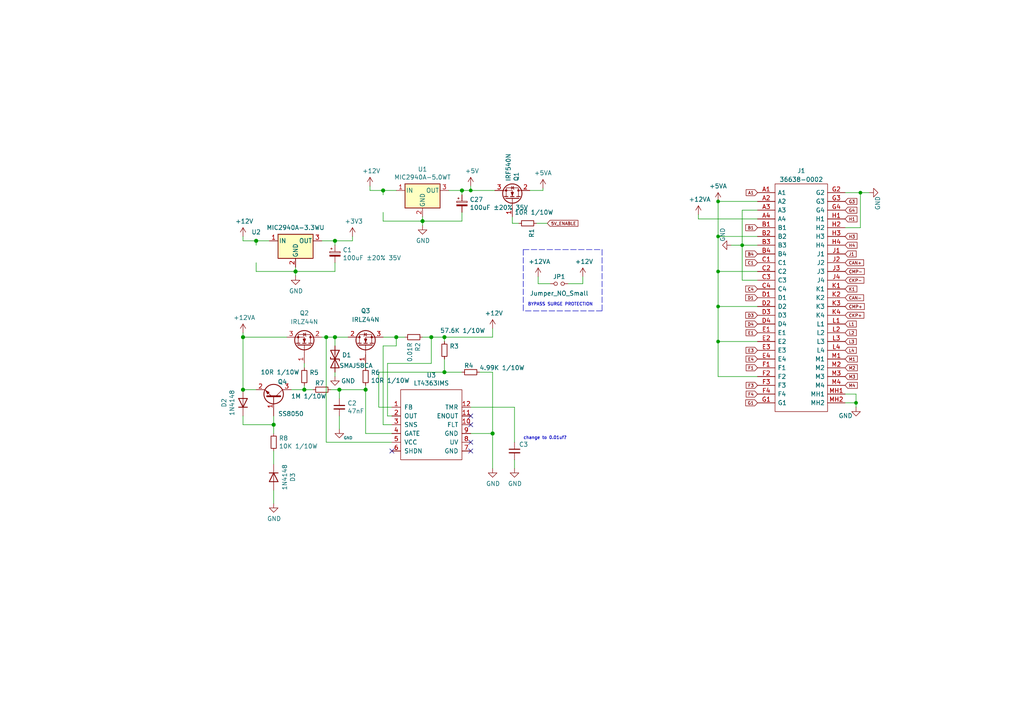
<source format=kicad_sch>
(kicad_sch (version 20211123) (generator eeschema)
  (paper "A4")
  (title_block (title "uEFI") (date "2023-01-22") (rev "v4.x") (company "Churrosoft"))
  (lib_symbols
    (symbol "Device:CP_Small" (pin_numbers hide) (pin_names (offset 0.254) hide)
      (property "Reference" "C" (at 0.254 1.778 0))
      (property "Value" "CP_Small" (at 0.254 -2.032 0))
      (symbol "CP_Small_0_1"
        (rectangle (start -1.524 -0.3048) (end 1.524 -0.6858) (fill (type outline)))
        (rectangle (start -1.524 0.6858) (end 1.524 0.3048))
        (polyline (pts (xy -1.27 1.524) (xy -0.762 1.524)))
        (polyline (pts (xy -1.016 1.27) (xy -1.016 1.778)))
      )
      (symbol "CP_Small_1_1"
        (pin passive line (at 0 2.54 270) (length 1.8542) (name "~") (number "1"))
        (pin passive line (at 0 -2.54 90) (length 1.8542) (name "~") (number "2"))
      )
    )
    (symbol "Device:C_Small" (pin_numbers hide) (pin_names (offset 0.254) hide)
      (property "Reference" "C" (at 0.254 1.778 0))
      (property "Value" "C_Small" (at 0.254 -2.032 0))
      (symbol "C_Small_0_1"
        (polyline (pts (xy -1.524 -0.508) (xy 1.524 -0.508)) (stroke (width 0.3302)))
        (polyline (pts (xy -1.524 0.508) (xy 1.524 0.508)) (stroke (width 0.3048)))
      )
      (symbol "C_Small_1_1"
        (pin passive line (at 0 2.54 270) (length 2.032) (name "~") (number "1"))
        (pin passive line (at 0 -2.54 90) (length 2.032) (name "~") (number "2"))
      )
    )
    (symbol "Device:D_TVS" (pin_numbers hide) (pin_names (offset 1.016) hide)
      (property "Reference" "D" (at 0 2.54 0))
      (property "Value" "D_TVS" (at 0 -2.54 0))
      (symbol "D_TVS_0_1"
        (polyline (pts (xy 1.27 0) (xy -1.27 0)))
        (polyline (pts (xy 0.508 1.27) (xy 0 1.27) (xy 0 -1.27) (xy -0.508 -1.27)) (stroke (width 0.254)))
        (polyline (pts (xy -2.54 1.27) (xy -2.54 -1.27) (xy 2.54 1.27) (xy 2.54 -1.27) (xy -2.54 1.27)) (stroke (width 0.254)))
      )
      (symbol "D_TVS_1_1"
        (pin passive line (at -3.81 0 0) (length 2.54) (name "A1") (number "1"))
        (pin passive line (at 3.81 0 180) (length 2.54) (name "A2") (number "2"))
      )
    )
    (symbol "Device:Jumper_NO_Small" (pin_numbers hide) (pin_names (offset 0.762) hide)
      (property "Reference" "JP" (at 0 2.032 0))
      (property "Value" "Jumper_NO_Small" (at 0.254 -1.524 0))
      (symbol "Jumper_NO_Small_0_1"
        (circle (center -1.016 0) (radius 0.508))
        (circle (center 1.016 0) (radius 0.508))
        (pin passive line (at -2.54 0 0) (length 1.016) (name "1") (number "1"))
        (pin passive line (at 2.54 0 180) (length 1.016) (name "2") (number "2"))
      )
    )
    (symbol "Device:R_Small" (pin_numbers hide) (pin_names (offset 0.254) hide)
      (property "Reference" "R" (at 0.762 0.508 0))
      (property "Value" "R_Small" (at 0.762 -1.016 0))
      (symbol "R_Small_0_1"
        (rectangle (start -0.762 1.778) (end 0.762 -1.778) (stroke (width 0.2032)))
      )
      (symbol "R_Small_1_1"
        (pin passive line (at 0 2.54 270) (length 0.762) (name "~") (number "1"))
        (pin passive line (at 0 -2.54 90) (length 0.762) (name "~") (number "2"))
      )
    )
    (symbol "Diode:1N4148" (pin_numbers hide) (pin_names (offset 1.016) hide)
      (property "Reference" "D" (at 0 2.54 0))
      (property "Value" "1N4148" (at 0 -2.54 0))
      (symbol "1N4148_0_1"
        (polyline (pts (xy -1.27 1.27) (xy -1.27 -1.27)) (stroke (width 0.254)))
        (polyline (pts (xy 1.27 0) (xy -1.27 0)))
        (polyline (pts (xy 1.27 1.27) (xy 1.27 -1.27) (xy -1.27 0) (xy 1.27 1.27)) (stroke (width 0.254)))
      )
      (symbol "1N4148_1_1"
        (pin passive line (at -3.81 0 0) (length 2.54) (name "K") (number "1"))
        (pin passive line (at 3.81 0 180) (length 2.54) (name "A") (number "2"))
      )
    )
    (symbol "OpenEFI-STM32-rev3:36638-0002" (pin_names (offset 0.762))
      (property "Reference" "J" (at 21.59 7.62 0))
      (property "Value" "36638-0002" (at 21.59 5.08 0))
      (symbol "36638-0002_0_0"
        (pin passive line (at 0 0 0) (length 5.08) (name "A1") (number "A1"))
        (pin passive line (at 0 -2.54 0) (length 5.08) (name "A2") (number "A2"))
        (pin passive line (at 0 -5.08 0) (length 5.08) (name "A3") (number "A3"))
        (pin passive line (at 0 -7.62 0) (length 5.08) (name "A4") (number "A4"))
        (pin passive line (at 0 -10.16 0) (length 5.08) (name "B1") (number "B1"))
        (pin passive line (at 0 -12.7 0) (length 5.08) (name "B2") (number "B2"))
        (pin passive line (at 0 -15.24 0) (length 5.08) (name "B3") (number "B3"))
        (pin passive line (at 0 -17.78 0) (length 5.08) (name "B4") (number "B4"))
        (pin passive line (at 0 -20.32 0) (length 5.08) (name "C1") (number "C1"))
        (pin passive line (at 0 -22.86 0) (length 5.08) (name "C2") (number "C2"))
        (pin passive line (at 0 -25.4 0) (length 5.08) (name "C3") (number "C3"))
        (pin passive line (at 0 -27.94 0) (length 5.08) (name "C4") (number "C4"))
        (pin passive line (at 0 -30.48 0) (length 5.08) (name "D1") (number "D1"))
        (pin passive line (at 0 -33.02 0) (length 5.08) (name "D2") (number "D2"))
        (pin passive line (at 0 -35.56 0) (length 5.08) (name "D3") (number "D3"))
        (pin passive line (at 0 -38.1 0) (length 5.08) (name "D4") (number "D4"))
        (pin passive line (at 0 -40.64 0) (length 5.08) (name "E1") (number "E1"))
        (pin passive line (at 0 -43.18 0) (length 5.08) (name "E2") (number "E2"))
        (pin passive line (at 0 -45.72 0) (length 5.08) (name "E3") (number "E3"))
        (pin passive line (at 0 -48.26 0) (length 5.08) (name "E4") (number "E4"))
        (pin passive line (at 0 -50.8 0) (length 5.08) (name "F1") (number "F1"))
        (pin passive line (at 0 -53.34 0) (length 5.08) (name "F2") (number "F2"))
        (pin passive line (at 0 -55.88 0) (length 5.08) (name "F3") (number "F3"))
        (pin passive line (at 0 -58.42 0) (length 5.08) (name "F4") (number "F4"))
        (pin passive line (at 0 -60.96 0) (length 5.08) (name "G1") (number "G1"))
        (pin passive line (at 25.4 0 180) (length 5.08) (name "G2") (number "G2"))
        (pin passive line (at 25.4 -2.54 180) (length 5.08) (name "G3") (number "G3"))
        (pin passive line (at 25.4 -5.08 180) (length 5.08) (name "G4") (number "G4"))
        (pin passive line (at 25.4 -7.62 180) (length 5.08) (name "H1") (number "H1"))
        (pin passive line (at 25.4 -10.16 180) (length 5.08) (name "H2") (number "H2"))
        (pin passive line (at 25.4 -12.7 180) (length 5.08) (name "H3") (number "H3"))
        (pin passive line (at 25.4 -15.24 180) (length 5.08) (name "H4") (number "H4"))
        (pin passive line (at 25.4 -17.78 180) (length 5.08) (name "J1") (number "J1"))
        (pin passive line (at 25.4 -20.32 180) (length 5.08) (name "J2") (number "J2"))
        (pin passive line (at 25.4 -22.86 180) (length 5.08) (name "J3") (number "J3"))
        (pin passive line (at 25.4 -25.4 180) (length 5.08) (name "J4") (number "J4"))
        (pin passive line (at 25.4 -27.94 180) (length 5.08) (name "K1") (number "K1"))
        (pin passive line (at 25.4 -30.48 180) (length 5.08) (name "K2") (number "K2"))
        (pin passive line (at 25.4 -33.02 180) (length 5.08) (name "K3") (number "K3"))
        (pin passive line (at 25.4 -35.56 180) (length 5.08) (name "K4") (number "K4"))
        (pin passive line (at 25.4 -38.1 180) (length 5.08) (name "L1") (number "L1"))
        (pin passive line (at 25.4 -40.64 180) (length 5.08) (name "L2") (number "L2"))
        (pin passive line (at 25.4 -43.18 180) (length 5.08) (name "L3") (number "L3"))
        (pin passive line (at 25.4 -45.72 180) (length 5.08) (name "L4") (number "L4"))
        (pin passive line (at 25.4 -48.26 180) (length 5.08) (name "M1") (number "M1"))
        (pin passive line (at 25.4 -50.8 180) (length 5.08) (name "M2") (number "M2"))
        (pin passive line (at 25.4 -53.34 180) (length 5.08) (name "M3") (number "M3"))
        (pin passive line (at 25.4 -55.88 180) (length 5.08) (name "M4") (number "M4"))
        (pin passive line (at 25.4 -58.42 180) (length 5.08) (name "MH1") (number "MH1"))
        (pin passive line (at 25.4 -60.96 180) (length 5.08) (name "MH2") (number "MH2"))
      )
      (symbol "36638-0002_0_1"
        (polyline (pts (xy 5.08 2.54) (xy 20.32 2.54) (xy 20.32 -63.5) (xy 5.08 -63.5) (xy 5.08 2.54)) (stroke (width 0.1524)))
      )
    )
    (symbol "OpenEFI-STM32-rev3:LT4363IMS" (pin_names (offset 1.016))
      (property "Reference" "U" (at 0 2.54 0))
      (property "Value" "LT4363IMS" (at 0 5.08 0))
      (symbol "LT4363IMS_0_1"
        (rectangle (start -8.89 6.35) (end 8.89 -13.97))
      )
      (symbol "LT4363IMS_1_1"
        (pin input line (at -11.43 1.27 0) (length 2.54) (name "FB") (number "1"))
        (pin input line (at 11.43 -3.81 180) (length 2.54) (name "FLT") (number "10"))
        (pin input line (at 11.43 -1.27 180) (length 2.54) (name "ENOUT") (number "11"))
        (pin input line (at 11.43 1.27 180) (length 2.54) (name "TMR") (number "12"))
        (pin input line (at -11.43 -1.27 0) (length 2.54) (name "OUT") (number "2"))
        (pin input line (at -11.43 -3.81 0) (length 2.54) (name "SNS") (number "3"))
        (pin input line (at -11.43 -6.35 0) (length 2.54) (name "GATE") (number "4"))
        (pin input line (at -11.43 -8.89 0) (length 2.54) (name "VCC") (number "5"))
        (pin input line (at -11.43 -11.43 0) (length 2.54) (name "SHDN") (number "6"))
        (pin input line (at 11.43 -11.43 180) (length 2.54) (name "GND") (number "7"))
        (pin input line (at 11.43 -8.89 180) (length 2.54) (name "UV") (number "8"))
        (pin input line (at 11.43 -6.35 180) (length 2.54) (name "GND") (number "9"))
      )
    )
    (symbol "Regulator_Linear:L7805" (pin_names (offset 0.254))
      (property "Reference" "U" (at -3.81 3.175 0))
      (property "Value" "L7805" (at 0 3.175 0))
      (symbol "L7805_0_1"
        (rectangle (start -5.08 1.905) (end 5.08 -5.08) (stroke (width 0.254)) (fill (type background)))
      )
      (symbol "L7805_1_1"
        (pin power_in line (at -7.62 0 0) (length 2.54) (name "IN") (number "1"))
        (pin power_in line (at 0 -7.62 90) (length 2.54) (name "GND") (number "2"))
        (pin power_out line (at 7.62 0 180) (length 2.54) (name "OUT") (number "3"))
      )
    )
    (symbol "Transistor_BJT:2N3055" (pin_names (offset 0) hide)
      (property "Reference" "Q" (at 5.08 1.905 0))
      (property "Value" "2N3055" (at 5.08 0 0))
      (symbol "2N3055_0_1"
        (polyline (pts (xy 0.635 0.635) (xy 2.54 2.54)))
        (polyline (pts (xy 0.635 -0.635) (xy 2.54 -2.54) (xy 2.54 -2.54)))
        (polyline (pts (xy 0.635 1.905) (xy 0.635 -1.905) (xy 0.635 -1.905)) (stroke (width 0.508)))
        (polyline (pts (xy 1.27 -1.778) (xy 1.778 -1.27) (xy 2.286 -2.286) (xy 1.27 -1.778) (xy 1.27 -1.778)) (fill (type outline)))
        (circle (center 1.27 0) (radius 2.8194) (stroke (width 0.254)))
      )
      (symbol "2N3055_1_1"
        (pin input line (at -5.08 0 0) (length 5.715) (name "B") (number "1"))
        (pin passive line (at 2.54 -5.08 90) (length 2.54) (name "E") (number "2"))
        (pin passive line (at 2.54 5.08 270) (length 2.54) (name "C") (number "3"))
      )
    )
    (symbol "Transistor_FET:IRF540N" (pin_names hide)
      (property "Reference" "Q" (at 6.35 1.905 0))
      (property "Value" "IRF540N" (at 6.35 0 0))
      (symbol "IRF540N_0_1"
        (polyline (pts (xy 0.254 0) (xy -2.54 0)))
        (polyline (pts (xy 0.254 1.905) (xy 0.254 -1.905)) (stroke (width 0.254)))
        (polyline (pts (xy 0.762 -1.27) (xy 0.762 -2.286)) (stroke (width 0.254)))
        (polyline (pts (xy 0.762 0.508) (xy 0.762 -0.508)) (stroke (width 0.254)))
        (polyline (pts (xy 0.762 2.286) (xy 0.762 1.27)) (stroke (width 0.254)))
        (polyline (pts (xy 2.54 2.54) (xy 2.54 1.778)))
        (polyline (pts (xy 2.54 -2.54) (xy 2.54 0) (xy 0.762 0)))
        (polyline (pts (xy 0.762 -1.778) (xy 3.302 -1.778) (xy 3.302 1.778) (xy 0.762 1.778)))
        (polyline (pts (xy 1.016 0) (xy 2.032 0.381) (xy 2.032 -0.381) (xy 1.016 0)) (fill (type outline)))
        (polyline (pts (xy 2.794 0.508) (xy 2.921 0.381) (xy 3.683 0.381) (xy 3.81 0.254)))
        (polyline (pts (xy 3.302 0.381) (xy 2.921 -0.254) (xy 3.683 -0.254) (xy 3.302 0.381)))
        (circle (center 1.651 0) (radius 2.794) (stroke (width 0.254)))
        (circle (center 2.54 -1.778) (radius 0.254) (fill (type outline)))
        (circle (center 2.54 1.778) (radius 0.254) (fill (type outline)))
      )
      (symbol "IRF540N_1_1"
        (pin input line (at -5.08 0 0) (length 2.54) (name "G") (number "1"))
        (pin passive line (at 2.54 5.08 270) (length 2.54) (name "D") (number "2"))
        (pin passive line (at 2.54 -5.08 90) (length 2.54) (name "S") (number "3"))
      )
    )
    (symbol "Transistor_FET:IRLZ44N" (pin_names hide)
      (property "Reference" "Q" (at 6.35 1.905 0))
      (property "Value" "IRLZ44N" (at 6.35 0 0))
      (symbol "IRLZ44N_0_1"
        (polyline (pts (xy 0.254 0) (xy -2.54 0)))
        (polyline (pts (xy 0.254 1.905) (xy 0.254 -1.905)) (stroke (width 0.254)))
        (polyline (pts (xy 0.762 -1.27) (xy 0.762 -2.286)) (stroke (width 0.254)))
        (polyline (pts (xy 0.762 0.508) (xy 0.762 -0.508)) (stroke (width 0.254)))
        (polyline (pts (xy 0.762 2.286) (xy 0.762 1.27)) (stroke (width 0.254)))
        (polyline (pts (xy 2.54 2.54) (xy 2.54 1.778)))
        (polyline (pts (xy 2.54 -2.54) (xy 2.54 0) (xy 0.762 0)))
        (polyline (pts (xy 0.762 -1.778) (xy 3.302 -1.778) (xy 3.302 1.778) (xy 0.762 1.778)))
        (polyline (pts (xy 1.016 0) (xy 2.032 0.381) (xy 2.032 -0.381) (xy 1.016 0)) (fill (type outline)))
        (polyline (pts (xy 2.794 0.508) (xy 2.921 0.381) (xy 3.683 0.381) (xy 3.81 0.254)))
        (polyline (pts (xy 3.302 0.381) (xy 2.921 -0.254) (xy 3.683 -0.254) (xy 3.302 0.381)))
        (circle (center 1.651 0) (radius 2.794) (stroke (width 0.254)))
        (circle (center 2.54 -1.778) (radius 0.254) (fill (type outline)))
        (circle (center 2.54 1.778) (radius 0.254) (fill (type outline)))
      )
      (symbol "IRLZ44N_1_1"
        (pin input line (at -5.08 0 0) (length 2.54) (name "G") (number "1"))
        (pin passive line (at 2.54 5.08 270) (length 2.54) (name "D") (number "2"))
        (pin passive line (at 2.54 -5.08 90) (length 2.54) (name "S") (number "3"))
      )
    )
    (symbol "power:+12V" (power) (pin_names (offset 0))
      (property "Value" "+12V" (at 0 3.556 0))
      (symbol "+12V_0_1"
        (polyline (pts (xy -0.762 1.27) (xy 0 2.54)))
        (polyline (pts (xy 0 0) (xy 0 2.54)))
        (polyline (pts (xy 0 2.54) (xy 0.762 1.27)))
      )
      (symbol "+12V_1_1"
        (pin power_in line (at 0 0 90) (length 0) hide (name "+12V") (number "1"))
      )
    )
    (symbol "power:+12VA" (power) (pin_names (offset 0))
      (property "Value" "+12VA" (at 0 3.556 0))
      (symbol "+12VA_0_1"
        (polyline (pts (xy -0.762 1.27) (xy 0 2.54)))
        (polyline (pts (xy 0 0) (xy 0 2.54)))
        (polyline (pts (xy 0 2.54) (xy 0.762 1.27)))
      )
      (symbol "+12VA_1_1"
        (pin power_in line (at 0 0 90) (length 0) hide (name "+12VA") (number "1"))
      )
    )
    (symbol "power:+3V3" (power) (pin_names (offset 0))
      (property "Value" "+3V3" (at 0 3.556 0))
      (symbol "+3V3_0_1"
        (polyline (pts (xy -0.762 1.27) (xy 0 2.54)))
        (polyline (pts (xy 0 0) (xy 0 2.54)))
        (polyline (pts (xy 0 2.54) (xy 0.762 1.27)))
      )
      (symbol "+3V3_1_1"
        (pin power_in line (at 0 0 90) (length 0) hide (name "+3V3") (number "1"))
      )
    )
    (symbol "power:+5V" (power) (pin_names (offset 0))
      (property "Value" "+5V" (at 0 3.556 0))
      (symbol "+5V_0_1"
        (polyline (pts (xy -0.762 1.27) (xy 0 2.54)))
        (polyline (pts (xy 0 0) (xy 0 2.54)))
        (polyline (pts (xy 0 2.54) (xy 0.762 1.27)))
      )
      (symbol "+5V_1_1"
        (pin power_in line (at 0 0 90) (length 0) hide (name "+5V") (number "1"))
      )
    )
    (symbol "power:+5VA" (power) (pin_names (offset 0))
      (property "Value" "+5VA" (at 0 3.556 0))
      (symbol "+5VA_0_1"
        (polyline (pts (xy -0.762 1.27) (xy 0 2.54)))
        (polyline (pts (xy 0 0) (xy 0 2.54)))
        (polyline (pts (xy 0 2.54) (xy 0.762 1.27)))
      )
      (symbol "+5VA_1_1"
        (pin power_in line (at 0 0 90) (length 0) hide (name "+5VA") (number "1"))
      )
    )
    (symbol "power:GND" (power) (pin_names (offset 0))
      (property "Value" "GND" (at 0 -3.81 0))
      (symbol "GND_0_1"
        (polyline (pts (xy 0 0) (xy 0 -1.27) (xy 1.27 -1.27) (xy 0 -2.54) (xy -1.27 -1.27) (xy 0 -1.27)))
      )
      (symbol "GND_1_1"
        (pin power_in line (at 0 0 270) (length 0) hide (name "GND") (number "1"))
      )
    )
  )
  (junction (at 248.285 116.84) (diameter 0.9144))
  (junction (at 128.905 97.79) (diameter 1.016))
  (junction (at 142.875 125.73) (diameter 1.016))
  (junction (at 74.295 69.85) (diameter 1.016))
  (junction (at 97.155 97.79) (diameter 1.016))
  (junction (at 136.525 55.245) (diameter 0.9144))
  (junction (at 94.615 97.79) (diameter 1.016))
  (junction (at 133.985 55.245) (diameter 1.016))
  (junction (at 208.28 58.42) (diameter 0.9144))
  (junction (at 106.045 113.03) (diameter 1.016))
  (junction (at 79.375 123.19) (diameter 1.016))
  (junction (at 70.485 113.03) (diameter 1.016))
  (junction (at 70.485 97.79) (diameter 1.016))
  (junction (at 208.28 99.06) (diameter 0.9144))
  (junction (at 128.905 107.95) (diameter 1.016))
  (junction (at 125.095 97.79) (diameter 1.016))
  (junction (at 215.265 71.12) (diameter 0.9144))
  (junction (at 111.125 55.245) (diameter 1.016))
  (junction (at 208.28 78.74) (diameter 0.9144))
  (junction (at 122.555 64.135) (diameter 1.016))
  (junction (at 208.28 68.58) (diameter 0.9144))
  (junction (at 249.555 55.88) (diameter 0.9144))
  (junction (at 88.265 113.03) (diameter 1.016))
  (junction (at 114.935 97.79) (diameter 1.016))
  (junction (at 85.725 78.74) (diameter 1.016))
  (junction (at 97.155 69.85) (diameter 1.016))
  (junction (at 208.28 88.9) (diameter 0.9144))
  (junction (at 98.425 113.03) (diameter 1.016))
  (no_connect (at 136.525 130.81))
  (no_connect (at 113.665 130.81))
  (no_connect (at 136.525 120.65))
  (no_connect (at 136.525 128.27))
  (no_connect (at 136.525 123.19))
  (wire (pts (xy 97.155 107.95) (xy 97.155 109.22)))
  (wire (pts (xy 208.28 88.9) (xy 208.28 99.06)))
  (wire (pts (xy 219.71 60.96) (xy 215.265 60.96)))
  (wire (pts (xy 212.09 71.12) (xy 215.265 71.12)))
  (wire (pts (xy 208.28 68.58) (xy 208.28 78.74)))
  (wire (pts (xy 122.555 97.79) (xy 125.095 97.79)))
  (polyline (pts (xy 151.765 72.39) (xy 151.765 90.17)))
  (wire (pts (xy 97.155 97.79) (xy 100.965 97.79)))
  (wire (pts (xy 114.935 100.33) (xy 114.935 97.79)))
  (wire (pts (xy 97.155 78.74) (xy 85.725 78.74)))
  (wire (pts (xy 136.525 118.11) (xy 149.225 118.11)))
  (polyline (pts (xy 174.625 72.39) (xy 174.625 90.17)))
  (wire (pts (xy 208.28 58.42) (xy 208.28 68.58)))
  (wire (pts (xy 109.855 118.11) (xy 113.665 118.11)))
  (wire (pts (xy 157.48 55.245) (xy 153.67 55.245)))
  (wire (pts (xy 70.485 123.19) (xy 79.375 123.19)))
  (wire (pts (xy 106.045 125.73) (xy 106.045 113.03)))
  (wire (pts (xy 245.11 116.84) (xy 248.285 116.84)))
  (wire (pts (xy 208.28 99.06) (xy 208.28 109.22)))
  (wire (pts (xy 111.125 100.33) (xy 114.935 100.33)))
  (wire (pts (xy 85.725 78.74) (xy 85.725 80.01)))
  (wire (pts (xy 128.905 107.95) (xy 109.855 107.95)))
  (wire (pts (xy 74.295 78.74) (xy 85.725 78.74)))
  (wire (pts (xy 84.455 113.03) (xy 88.265 113.03)))
  (wire (pts (xy 94.615 97.79) (xy 97.155 97.79)))
  (wire (pts (xy 111.125 123.19) (xy 111.125 100.33)))
  (wire (pts (xy 111.125 55.245) (xy 114.935 55.245)))
  (wire (pts (xy 102.235 69.85) (xy 97.155 69.85)))
  (polyline (pts (xy 174.625 90.17) (xy 151.765 90.17)))
  (wire (pts (xy 142.875 95.25) (xy 142.875 97.79)))
  (wire (pts (xy 98.425 113.03) (xy 106.045 113.03)))
  (wire (pts (xy 111.125 56.515) (xy 111.125 55.245)))
  (wire (pts (xy 97.155 76.2) (xy 97.155 78.74)))
  (wire (pts (xy 97.155 100.33) (xy 97.155 97.79)))
  (wire (pts (xy 113.665 123.19) (xy 111.125 123.19)))
  (wire (pts (xy 94.615 97.79) (xy 94.615 128.27)))
  (wire (pts (xy 88.265 113.03) (xy 88.265 111.76)))
  (wire (pts (xy 249.555 66.04) (xy 249.555 55.88)))
  (wire (pts (xy 136.525 55.245) (xy 133.985 55.245)))
  (wire (pts (xy 219.71 58.42) (xy 208.28 58.42)))
  (wire (pts (xy 136.525 125.73) (xy 142.875 125.73)))
  (wire (pts (xy 111.125 61.595) (xy 111.125 64.135)))
  (wire (pts (xy 106.045 111.76) (xy 106.045 113.03)))
  (wire (pts (xy 169.037 82.296) (xy 169.037 80.264)))
  (wire (pts (xy 125.095 97.79) (xy 125.095 105.41)))
  (wire (pts (xy 133.985 61.595) (xy 133.985 64.135)))
  (wire (pts (xy 219.71 88.9) (xy 208.28 88.9)))
  (wire (pts (xy 112.395 105.41) (xy 112.395 120.65)))
  (wire (pts (xy 78.105 69.85) (xy 74.295 69.85)))
  (wire (pts (xy 245.11 114.3) (xy 248.285 114.3)))
  (wire (pts (xy 128.905 97.79) (xy 128.905 99.06)))
  (wire (pts (xy 245.11 66.04) (xy 249.555 66.04)))
  (wire (pts (xy 122.555 62.865) (xy 122.555 64.135)))
  (wire (pts (xy 114.935 97.79) (xy 117.475 97.79)))
  (wire (pts (xy 74.295 76.2) (xy 74.295 78.74)))
  (wire (pts (xy 88.265 105.41) (xy 88.265 106.68)))
  (wire (pts (xy 136.525 53.975) (xy 136.525 55.245)))
  (wire (pts (xy 85.725 77.47) (xy 85.725 78.74)))
  (wire (pts (xy 74.295 69.85) (xy 74.295 71.12)))
  (wire (pts (xy 109.855 107.95) (xy 109.855 118.11)))
  (wire (pts (xy 142.875 107.95) (xy 142.875 125.73)))
  (wire (pts (xy 249.555 55.88) (xy 252.095 55.88)))
  (wire (pts (xy 79.375 130.81) (xy 79.375 134.62)))
  (wire (pts (xy 202.565 63.5) (xy 202.565 62.23)))
  (wire (pts (xy 70.485 120.65) (xy 70.485 123.19)))
  (wire (pts (xy 148.59 64.77) (xy 150.495 64.77)))
  (wire (pts (xy 157.48 54.61) (xy 157.48 55.245)))
  (wire (pts (xy 112.395 120.65) (xy 113.665 120.65)))
  (wire (pts (xy 215.265 81.28) (xy 215.265 71.12)))
  (wire (pts (xy 164.719 82.296) (xy 169.037 82.296)))
  (wire (pts (xy 107.315 55.245) (xy 111.125 55.245)))
  (wire (pts (xy 245.11 55.88) (xy 249.555 55.88)))
  (wire (pts (xy 208.28 68.58) (xy 219.71 68.58)))
  (wire (pts (xy 70.485 113.03) (xy 74.295 113.03)))
  (wire (pts (xy 107.315 53.975) (xy 107.315 55.245)))
  (wire (pts (xy 106.045 125.73) (xy 113.665 125.73)))
  (wire (pts (xy 70.485 113.03) (xy 70.485 97.79)))
  (wire (pts (xy 139.065 107.95) (xy 142.875 107.95)))
  (wire (pts (xy 128.905 104.14) (xy 128.905 107.95)))
  (wire (pts (xy 136.525 55.245) (xy 143.51 55.245)))
  (wire (pts (xy 248.285 114.3) (xy 248.285 116.84)))
  (wire (pts (xy 208.28 99.06) (xy 219.71 99.06)))
  (wire (pts (xy 148.59 62.865) (xy 148.59 64.77)))
  (wire (pts (xy 156.083 80.264) (xy 156.083 82.296)))
  (wire (pts (xy 202.565 63.5) (xy 219.71 63.5)))
  (wire (pts (xy 125.095 97.79) (xy 128.905 97.79)))
  (wire (pts (xy 155.575 64.77) (xy 158.75 64.77)))
  (wire (pts (xy 95.885 113.03) (xy 98.425 113.03)))
  (wire (pts (xy 97.155 69.85) (xy 97.155 71.12)))
  (wire (pts (xy 142.875 125.73) (xy 142.875 135.89)))
  (wire (pts (xy 98.425 115.57) (xy 98.425 113.03)))
  (wire (pts (xy 106.045 106.68) (xy 106.045 105.41)))
  (wire (pts (xy 125.095 105.41) (xy 112.395 105.41)))
  (wire (pts (xy 79.375 123.19) (xy 79.375 125.73)))
  (wire (pts (xy 133.985 55.245) (xy 133.985 56.515)))
  (wire (pts (xy 98.425 120.65) (xy 98.425 124.46)))
  (wire (pts (xy 111.125 97.79) (xy 114.935 97.79)))
  (wire (pts (xy 133.985 64.135) (xy 122.555 64.135)))
  (wire (pts (xy 122.555 64.135) (xy 122.555 65.405)))
  (wire (pts (xy 248.285 116.84) (xy 248.285 118.11)))
  (wire (pts (xy 128.905 107.95) (xy 133.985 107.95)))
  (wire (pts (xy 156.083 82.296) (xy 159.639 82.296)))
  (wire (pts (xy 219.71 81.28) (xy 215.265 81.28)))
  (wire (pts (xy 215.265 60.96) (xy 215.265 71.12)))
  (wire (pts (xy 90.805 113.03) (xy 88.265 113.03)))
  (wire (pts (xy 93.345 69.85) (xy 97.155 69.85)))
  (wire (pts (xy 93.345 97.79) (xy 94.615 97.79)))
  (wire (pts (xy 149.225 118.11) (xy 149.225 128.27)))
  (wire (pts (xy 70.485 68.58) (xy 70.485 69.85)))
  (wire (pts (xy 208.28 109.22) (xy 219.71 109.22)))
  (wire (pts (xy 208.28 78.74) (xy 219.71 78.74)))
  (wire (pts (xy 111.125 64.135) (xy 122.555 64.135)))
  (wire (pts (xy 79.375 120.65) (xy 79.375 123.19)))
  (wire (pts (xy 70.485 96.52) (xy 70.485 97.79)))
  (polyline (pts (xy 151.765 72.39) (xy 174.625 72.39)))
  (wire (pts (xy 130.175 55.245) (xy 133.985 55.245)))
  (wire (pts (xy 208.28 78.74) (xy 208.28 88.9)))
  (wire (pts (xy 79.375 142.24) (xy 79.375 146.05)))
  (wire (pts (xy 102.235 68.58) (xy 102.235 69.85)))
  (wire (pts (xy 142.875 97.79) (xy 128.905 97.79)))
  (wire (pts (xy 94.615 128.27) (xy 113.665 128.27)))
  (wire (pts (xy 149.225 133.35) (xy 149.225 135.89)))
  (wire (pts (xy 215.265 71.12) (xy 219.71 71.12)))
  (wire (pts (xy 70.485 97.79) (xy 83.185 97.79)))
  (wire (pts (xy 70.485 69.85) (xy 74.295 69.85)))
  (text "change to 0.01uf?" (at 151.765 127.635 0) (effects (font (size 0.889 0.889)) (justify left bottom)))
  (text "BYPASS SURGE PROTECTION" (at 153.035 88.9 0) (effects (font (size 0.889 0.889)) (justify left bottom)))
  (global_label "D1" (shape input) (at 219.71 86.36 180) (effects (font (size 0.889 0.889))) (property "Intersheet References" "${INTERSHEET_REFS}" (effects hide)))
  (global_label "B4" (shape input) (at 219.71 73.66 180) (effects (font (size 0.889 0.889))) (property "Intersheet References" "${INTERSHEET_REFS}" (effects hide)))
  (global_label "L2" (shape input) (at 245.11 96.52 0) (effects (font (size 0.889 0.889))) (property "Intersheet References" "${INTERSHEET_REFS}" (effects hide)))
  (global_label "CKP-" (shape input) (at 245.11 81.28 0) (effects (font (size 0.889 0.889))) (property "Intersheet References" "${INTERSHEET_REFS}" (effects hide)))
  (global_label "5V_ENABLE" (shape input) (at 158.75 64.77 0) (effects (font (size 0.889 0.889))) (property "Intersheet References" "${INTERSHEET_REFS}" (effects hide)))
  (global_label "D3" (shape input) (at 219.71 91.44 180) (effects (font (size 0.889 0.889))) (property "Intersheet References" "${INTERSHEET_REFS}" (effects hide)))
  (global_label "D4" (shape input) (at 219.71 93.98 180) (effects (font (size 0.889 0.889))) (property "Intersheet References" "${INTERSHEET_REFS}" (effects hide)))
  (global_label "G3" (shape input) (at 245.11 58.42 0) (effects (font (size 0.889 0.889))) (property "Intersheet References" "${INTERSHEET_REFS}" (effects hide)))
  (global_label "CAN+" (shape input) (at 245.11 76.2 0) (effects (font (size 0.889 0.889))) (property "Intersheet References" "${INTERSHEET_REFS}" (effects hide)))
  (global_label "CMP+" (shape input) (at 245.11 88.9 0) (effects (font (size 0.889 0.889))) (property "Intersheet References" "${INTERSHEET_REFS}" (effects hide)))
  (global_label "G1" (shape input) (at 219.71 116.84 180) (effects (font (size 0.889 0.889))) (property "Intersheet References" "${INTERSHEET_REFS}" (effects hide)))
  (global_label "CMP-" (shape input) (at 245.11 78.74 0) (effects (font (size 0.889 0.889))) (property "Intersheet References" "${INTERSHEET_REFS}" (effects hide)))
  (global_label "F3" (shape input) (at 219.71 111.76 180) (effects (font (size 0.889 0.889))) (property "Intersheet References" "${INTERSHEET_REFS}" (effects hide)))
  (global_label "M1" (shape input) (at 245.11 104.14 0) (effects (font (size 0.889 0.889))) (property "Intersheet References" "${INTERSHEET_REFS}" (effects hide)))
  (global_label "M4" (shape input) (at 245.11 111.76 0) (effects (font (size 0.889 0.889))) (property "Intersheet References" "${INTERSHEET_REFS}" (effects hide)))
  (global_label "J1" (shape input) (at 245.11 73.66 0) (effects (font (size 0.889 0.889))) (property "Intersheet References" "${INTERSHEET_REFS}" (effects hide)))
  (global_label "H4" (shape input) (at 245.11 71.12 0) (effects (font (size 0.889 0.889))) (property "Intersheet References" "${INTERSHEET_REFS}" (effects hide)))
  (global_label "A1" (shape input) (at 219.71 55.88 180) (effects (font (size 0.889 0.889))) (property "Intersheet References" "${INTERSHEET_REFS}" (effects hide)))
  (global_label "G4" (shape input) (at 245.11 60.96 0) (effects (font (size 0.889 0.889))) (property "Intersheet References" "${INTERSHEET_REFS}" (effects hide)))
  (global_label "CKP+" (shape input) (at 245.11 91.44 0) (effects (font (size 0.889 0.889))) (property "Intersheet References" "${INTERSHEET_REFS}" (effects hide)))
  (global_label "E1" (shape input) (at 219.71 96.52 180) (effects (font (size 0.889 0.889))) (property "Intersheet References" "${INTERSHEET_REFS}" (effects hide)))
  (global_label "K1" (shape input) (at 245.11 83.82 0) (effects (font (size 0.889 0.889))) (property "Intersheet References" "${INTERSHEET_REFS}" (effects hide)))
  (global_label "L1" (shape input) (at 245.11 93.98 0) (effects (font (size 0.889 0.889))) (property "Intersheet References" "${INTERSHEET_REFS}" (effects hide)))
  (global_label "E4" (shape input) (at 219.71 104.14 180) (effects (font (size 0.889 0.889))) (property "Intersheet References" "${INTERSHEET_REFS}" (effects hide)))
  (global_label "L3" (shape input) (at 245.11 99.06 0) (effects (font (size 0.889 0.889))) (property "Intersheet References" "${INTERSHEET_REFS}" (effects hide)))
  (global_label "F4" (shape input) (at 219.71 114.3 180) (effects (font (size 0.889 0.889))) (property "Intersheet References" "${INTERSHEET_REFS}" (effects hide)))
  (global_label "F1" (shape input) (at 219.71 106.68 180) (effects (font (size 0.889 0.889))) (property "Intersheet References" "${INTERSHEET_REFS}" (effects hide)))
  (global_label "M3" (shape input) (at 245.11 109.22 0) (effects (font (size 0.889 0.889))) (property "Intersheet References" "${INTERSHEET_REFS}" (effects hide)))
  (global_label "L4" (shape input) (at 245.11 101.6 0) (effects (font (size 0.889 0.889))) (property "Intersheet References" "${INTERSHEET_REFS}" (effects hide)))
  (global_label "B1" (shape input) (at 219.71 66.04 180) (effects (font (size 0.889 0.889))) (property "Intersheet References" "${INTERSHEET_REFS}" (effects hide)))
  (global_label "H1" (shape input) (at 245.11 63.5 0) (effects (font (size 0.889 0.889))) (property "Intersheet References" "${INTERSHEET_REFS}" (effects hide)))
  (global_label "H3" (shape input) (at 245.11 68.58 0) (effects (font (size 0.889 0.889))) (property "Intersheet References" "${INTERSHEET_REFS}" (effects hide)))
  (global_label "C1" (shape input) (at 219.71 76.2 180) (effects (font (size 0.889 0.889))) (property "Intersheet References" "${INTERSHEET_REFS}" (effects hide)))
  (global_label "E3" (shape input) (at 219.71 101.6 180) (effects (font (size 0.889 0.889))) (property "Intersheet References" "${INTERSHEET_REFS}" (effects hide)))
  (global_label "C4" (shape input) (at 219.71 83.82 180) (effects (font (size 0.889 0.889))) (property "Intersheet References" "${INTERSHEET_REFS}" (effects hide)))
  (global_label "CAN-" (shape input) (at 245.11 86.36 0) (effects (font (size 0.889 0.889))) (property "Intersheet References" "${INTERSHEET_REFS}" (effects hide)))
  (global_label "M2" (shape input) (at 245.11 106.68 0) (effects (font (size 0.889 0.889))) (property "Intersheet References" "${INTERSHEET_REFS}" (effects hide)))
  (symbol (lib_id "Device:R_Small") (at 88.265 109.22 0) (unit 1)
    (property "Reference" "R5" (at 89.7636 108.0516 0) (effects (justify left)))
    (property "Value" "10R 1/10W" (at 75.565 107.95 0) (effects (justify left)))
    (property "Footprint" "Resistor_SMD:R_0603_1608Metric" (effects hide))
  )
  (symbol (lib_id "power:GND") (at 149.225 135.89 0) (unit 1)
    (property "Reference" "#PWR020" (effects hide))
    (property "Value" "GND" (at 149.352 140.2842 0))
  )
  (symbol (lib_id "power:GND") (at 79.375 146.05 0) (unit 1)
    (property "Reference" "#PWR021" (effects hide))
    (property "Value" "GND" (at 79.502 150.4442 0))
  )
  (symbol (lib_id "power:+12VA") (at 156.083 80.264 0) (unit 1)
    (property "Reference" "#PWR012" (effects hide))
    (property "Value" "+12VA" (at 156.464 75.8698 0))
  )
  (symbol (lib_id "Device:R_Small") (at 93.345 113.03 270) (unit 1)
    (property "Reference" "R7" (at 92.71 111.125 90))
    (property "Value" "1M 1/10W" (at 89.535 114.935 90))
    (property "Footprint" "Resistor_SMD:R_0603_1608Metric" (effects hide))
  )
  (symbol (lib_id "Transistor_FET:IRF540N") (at 148.59 57.785 270) (mirror x) (unit 1)
    (property "Reference" "Q1" (at 149.7584 52.6034 0) (effects (justify left)))
    (property "Value" "IRF540N" (at 147.447 52.6034 0) (effects (justify left)))
    (property "Footprint" "Package_TO_SOT_THT:TO-220-3_Vertical" (effects hide))
    (property "Datasheet" "http://www.irf.com/product-info/datasheets/data/irf540n.pdf" (effects hide))
  )
  (symbol (lib_id "power:+12V") (at 107.315 53.975 0) (unit 1)
    (property "Reference" "#PWR01" (effects hide))
    (property "Value" "+12V" (at 107.696 49.5808 0))
  )
  (symbol (lib_id "power:+5V") (at 136.525 53.975 0) (unit 1)
    (property "Reference" "#PWR02" (effects hide))
    (property "Value" "+5V" (at 136.906 49.5808 0))
  )
  (symbol (lib_id "Transistor_FET:IRLZ44N") (at 88.265 100.33 270) (mirror x) (unit 1)
    (property "Reference" "Q2" (at 88.265 90.805 90))
    (property "Value" "IRLZ44N" (at 88.265 93.345 90))
    (property "Footprint" "Package_TO_SOT_THT:TO-220-3_Vertical" (effects hide))
    (property "Datasheet" "http://www.irf.com/product-info/datasheets/data/irlz44n.pdf" (effects hide))
  )
  (symbol (lib_id "Device:R_Small") (at 106.045 109.22 0) (unit 1)
    (property "Reference" "R6" (at 107.5436 108.0516 0) (effects (justify left)))
    (property "Value" "10R 1/10W" (at 107.5436 110.363 0) (effects (justify left)))
    (property "Footprint" "Resistor_SMD:R_0603_1608Metric" (effects hide))
  )
  (symbol (lib_id "Device:R_Small") (at 79.375 128.27 0) (unit 1)
    (property "Reference" "R8" (at 80.8736 127.1016 0) (effects (justify left)))
    (property "Value" "10K 1/10W" (at 80.8736 129.413 0) (effects (justify left)))
    (property "Footprint" "Resistor_SMD:R_0603_1608Metric" (effects hide))
  )
  (symbol (lib_id "power:GND") (at 98.425 124.46 0) (unit 1)
    (property "Reference" "#PWR018" (effects hide))
    (property "Value" "GND" (at 100.965 127 0) (effects (font (size 0.8 0.8))))
  )
  (symbol (lib_id "OpenEFI-STM32-rev3:LT4363IMS") (at 125.095 119.38 0) (unit 1)
    (property "Reference" "U3" (at 125.095 108.839 0))
    (property "Value" "LT4363IMS" (at 125.095 111.1504 0))
    (property "Footprint" "Package_SO:MSOP-12_3x4mm_P0.65mm" (effects hide))
    (property "Datasheet" "https://ar.mouser.com/datasheet/2/609/ADuM4160-1503590.pdf" (effects hide))
  )
  (symbol (lib_id "power:+12V") (at 70.485 68.58 0) (unit 1)
    (property "Reference" "#PWR08" (effects hide))
    (property "Value" "+12V" (at 70.866 64.1858 0))
  )
  (symbol (lib_id "Device:D_TVS") (at 97.155 104.14 270) (unit 1)
    (property "Reference" "D1" (at 99.187 102.9716 90) (effects (justify left)))
    (property "Value" "SMAJ58CA" (at 98.425 106.045 90) (effects (justify left)))
    (property "Footprint" "Diode_SMD:D_SMA" (effects hide))
  )
  (symbol (lib_id "power:+12V") (at 142.875 95.25 0) (unit 1)
    (property "Reference" "#PWR014" (effects hide))
    (property "Value" "+12V" (at 143.256 90.8558 0))
  )
  (symbol (lib_id "Device:R_Small") (at 153.035 64.77 270) (unit 1)
    (property "Reference" "R1" (at 154.2034 66.2686 0) (effects (justify left)))
    (property "Value" "10R 1/10W" (at 149.225 61.595 90) (effects (justify left)))
    (property "Footprint" "Resistor_SMD:R_0603_1608Metric" (effects hide))
  )
  (symbol (lib_id "power:+12VA") (at 202.565 62.23 0) (unit 1)
    (property "Reference" "#PWR06" (effects hide))
    (property "Value" "+12VA" (at 202.946 57.8358 0))
  )
  (symbol (lib_id "power:GND") (at 122.555 65.405 0) (unit 1)
    (property "Reference" "#PWR07" (effects hide))
    (property "Value" "GND" (at 122.682 69.7992 0))
  )
  (symbol (lib_id "power:+5VA") (at 157.48 54.61 0) (unit 1)
    (property "Reference" "#PWR03" (effects hide))
    (property "Value" "+5VA" (at 157.48 50.165 0))
  )
  (symbol (lib_id "power:+12V") (at 169.037 80.264 0) (unit 1)
    (property "Reference" "#PWR013" (effects hide))
    (property "Value" "+12V" (at 169.418 75.8698 0))
  )
  (symbol (lib_id "Device:R_Small") (at 120.015 97.79 270) (unit 1)
    (property "Reference" "R2" (at 121.1834 99.2886 0) (effects (justify left)))
    (property "Value" "0.01R" (at 118.872 99.2886 0) (effects (justify left)))
    (property "Footprint" "Resistor_SMD:R_1210_3225Metric" (effects hide))
    (property "LCSC" "C175884" (effects hide))
  )
  (symbol (lib_id "Device:R_Small") (at 136.525 107.95 270) (unit 1)
    (property "Reference" "R4" (at 134.62 106.045 90) (effects (justify left)))
    (property "Value" "4.99K 1/10W" (at 139.065 106.68 90) (effects (justify left)))
    (property "Footprint" "Resistor_SMD:R_0603_1608Metric" (effects hide))
  )
  (symbol (lib_id "Diode:1N4148") (at 79.375 138.43 270) (unit 1)
    (property "Reference" "D3" (at 84.8868 138.43 0))
    (property "Value" "1N4148" (at 82.5754 138.43 0))
    (property "Footprint" "Diode_SMD:D_SOD-523" (effects hide))
    (property "Datasheet" "https://assets.nexperia.com/documents/data-sheet/1N4148_1N4448.pdf" (effects hide))
    (property "LCSC" "C511874" (effects hide))
  )
  (symbol (lib_id "power:+12VA") (at 70.485 96.52 0) (unit 1)
    (property "Reference" "#PWR015" (effects hide))
    (property "Value" "+12VA" (at 70.866 92.1258 0))
  )
  (symbol (lib_id "OpenEFI-STM32-rev3:36638-0002") (at 219.71 55.88 0) (unit 1)
    (property "Reference" "J1" (at 232.41 49.53 0))
    (property "Value" "36638-0002" (at 232.41 52.07 0))
    (property "Footprint" "OpenEFI-STM32F_rev3:366380002" (effects hide))
    (property "Datasheet" "https://www.molex.com/webdocs/datasheets/pdf/en-us/0366380002_PCB_HEADERS.pdf" (effects hide))
    (property "Description" "MOLEX - 36638-0002 - HEADER, CMC, SINGLE PORT, R/A, 48WAY" (effects hide))
    (property "Height" "30" (effects hide))
    (property "Manufacturer_Name" "Molex" (effects hide))
    (property "Manufacturer_Part_Number" "36638-0002" (effects hide))
    (property "Mouser Part Number" "538-36638-0002" (effects hide))
    (property "Mouser Price/Stock" "https://www.mouser.co.uk/ProductDetail/Molex/36638-0002?qs=xXuHO2M8Escly3rEMcmzyw%3D%3D" (effects hide))
  )
  (symbol (lib_id "power:GND") (at 248.285 118.11 0) (unit 1)
    (property "Reference" "#PWR017" (effects hide))
    (property "Value" "GND" (at 245.237 120.5992 0))
  )
  (symbol (lib_id "power:+5VA") (at 208.28 58.42 0) (unit 1)
    (property "Reference" "#PWR05" (effects hide))
    (property "Value" "+5VA" (at 208.28 53.975 0))
  )
  (symbol (lib_id "Device:CP_Small") (at 133.985 59.055 0) (unit 1)
    (property "Reference" "C27" (at 136.2202 57.8866 0) (effects (justify left)))
    (property "Value" "100uF ±20% 35V" (at 136.2202 60.198 0) (effects (justify left)))
    (property "Footprint" "Capacitor_SMD:CP_Elec_6.3x7.7" (effects hide))
    (property "LCSC" "C141427" (effects hide))
  )
  (symbol (lib_id "power:+3V3") (at 102.235 68.58 0) (unit 1)
    (property "Reference" "#PWR09" (effects hide))
    (property "Value" "+3V3" (at 102.616 64.1858 0))
  )
  (symbol (lib_id "Diode:1N4148") (at 70.485 116.84 90) (unit 1)
    (property "Reference" "D2" (at 64.9732 116.84 0))
    (property "Value" "1N4148" (at 67.2846 116.84 0))
    (property "Footprint" "Diode_SMD:D_SOD-523" (effects hide))
    (property "Datasheet" "https://assets.nexperia.com/documents/data-sheet/1N4148_1N4448.pdf" (effects hide))
    (property "LCSC" "C511874" (effects hide))
  )
  (symbol (lib_id "Device:C_Small") (at 98.425 118.11 0) (unit 1)
    (property "Reference" "C2" (at 100.7618 116.9416 0) (effects (justify left)))
    (property "Value" "47nF" (at 100.7618 119.253 0) (effects (justify left)))
    (property "Footprint" "Capacitor_SMD:C_0603_1608Metric" (effects hide))
  )
  (symbol (lib_id "Transistor_FET:IRLZ44N") (at 106.045 100.33 90) (unit 1)
    (property "Reference" "Q3" (at 106.045 90.17 90))
    (property "Value" "IRLZ44N" (at 106.045 92.71 90))
    (property "Footprint" "Package_TO_SOT_THT:TO-220-3_Vertical" (effects hide))
    (property "Datasheet" "http://www.irf.com/product-info/datasheets/data/irlz44n.pdf" (effects hide))
  )
  (symbol (lib_id "Device:Jumper_NO_Small") (at 162.179 82.296 0) (unit 1)
    (property "Reference" "JP1" (at 162.179 80.264 0))
    (property "Value" "Jumper_NO_Small" (at 162.179 85.09 0))
    (property "Footprint" "Jumper:SolderJumper-2_P1.3mm_Open_RoundedPad1.0x1.5mm" (effects hide))
  )
  (symbol (lib_id "Device:R_Small") (at 128.905 101.6 0) (unit 1)
    (property "Reference" "R3" (at 130.4036 100.4316 0) (effects (justify left)))
    (property "Value" "57.6K 1/10W" (at 127.635 95.885 0) (effects (justify left)))
    (property "Footprint" "Resistor_SMD:R_0603_1608Metric" (effects hide))
  )
  (symbol (lib_id "power:GND") (at 142.875 135.89 0) (unit 1)
    (property "Reference" "#PWR019" (effects hide))
    (property "Value" "GND" (at 143.002 140.2842 0))
  )
  (symbol (lib_id "power:GND") (at 85.725 80.01 0) (unit 1)
    (property "Reference" "#PWR011" (effects hide))
    (property "Value" "GND" (at 85.852 84.4042 0))
  )
  (symbol (lib_id "Device:C_Small") (at 149.225 130.81 0) (unit 1)
    (property "Reference" "C3" (at 150.495 128.905 0) (effects (justify left)))
    (property "Value" "100nF" (effects hide))
    (property "Footprint" "Capacitor_SMD:C_0805_2012Metric" (effects hide))
    (property "LCSC" "C49678" (effects hide))
  )
  (symbol (lib_id "power:GND") (at 212.09 71.12 270) (unit 1)
    (property "Reference" "#PWR010" (effects hide))
    (property "Value" "GND" (at 209.6008 68.072 0))
  )
  (symbol (lib_id "Regulator_Linear:L7805") (at 85.725 69.85 0) (unit 1)
    (property "Reference" "U2" (at 74.295 67.31 0))
    (property "Value" "MIC2940A-3.3WU" (at 85.725 66.0146 0))
    (property "Footprint" "Package_TO_SOT_SMD:TO-263-3_TabPin2" (effects hide))
    (property "Datasheet" "http://www.st.com/content/ccc/resource/technical/document/datasheet/41/4f/b3/b0/12/d4/47/88/CD00000444.pdf/files/CD00000444.pdf/jcr:content/translations/en.CD00000444.pdf" (effects hide))
  )
  (symbol (lib_id "power:GND") (at 97.155 109.22 0) (unit 1)
    (property "Reference" "#PWR016" (effects hide))
    (property "Value" "GND" (at 100.965 110.49 0))
  )
  (symbol (lib_id "Regulator_Linear:L7805") (at 122.555 55.245 0) (unit 1)
    (property "Reference" "U1" (at 122.555 49.0982 0))
    (property "Value" "MIC2940A-5.0WT" (at 122.555 51.4096 0))
    (property "Footprint" "Package_TO_SOT_THT:TO-220-3_Vertical" (effects hide))
    (property "Datasheet" "http://www.st.com/content/ccc/resource/technical/document/datasheet/41/4f/b3/b0/12/d4/47/88/CD00000444.pdf/files/CD00000444.pdf/jcr:content/translations/en.CD00000444.pdf" (effects hide))
    (property "DIGY" "576-1136-ND" (effects hide))
  )
  (symbol (lib_id "power:GND") (at 252.095 55.88 90) (unit 1)
    (property "Reference" "#PWR04" (effects hide))
    (property "Value" "GND" (at 254.5842 58.928 0))
  )
  (symbol (lib_id "Transistor_BJT:2N3055") (at 79.375 115.57 270) (mirror x) (unit 1)
    (property "Reference" "Q4" (at 80.5434 110.744 90) (effects (justify left)))
    (property "Value" "SS8050" (at 80.645 120.015 90) (effects (justify left)))
    (property "Footprint" "Package_TO_SOT_SMD:SOT-23" (effects hide))
    (property "Datasheet" "http://www.onsemi.com/pub_link/Collateral/2N3055-D.PDF" (effects hide))
    (property "LCSC" "C2150" (effects hide))
  )
  (symbol (lib_id "Device:CP_Small") (at 97.155 73.66 0) (unit 1)
    (property "Reference" "C1" (at 99.3902 72.4916 0) (effects (justify left)))
    (property "Value" "100uF ±20% 35V" (at 99.3902 74.803 0) (effects (justify left)))
    (property "Footprint" "Capacitor_SMD:CP_Elec_6.3x7.7" (effects hide))
    (property "LCSC" "C141427" (effects hide))
  )
)
</source>
